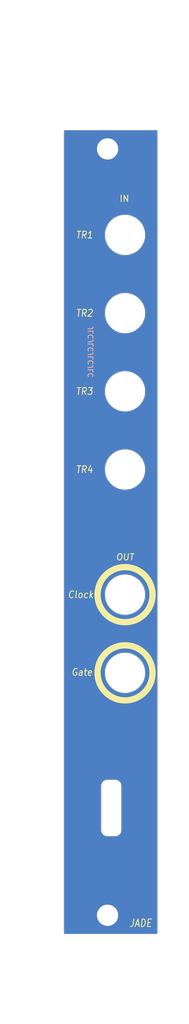
<source format=kicad_pcb>
(kicad_pcb (version 20171130) (host pcbnew "(5.1.9-0-10_14)")

  (general
    (thickness 1.6)
    (drawings 48)
    (tracks 0)
    (zones 0)
    (modules 2)
    (nets 2)
  )

  (page A4)
  (title_block
    (title jade)
    (date 2021-03-20)
    (rev B)
    (company "Akiyuki Okayasu")
  )

  (layers
    (0 F.Cu signal)
    (31 B.Cu signal)
    (32 B.Adhes user)
    (33 F.Adhes user)
    (34 B.Paste user)
    (35 F.Paste user)
    (36 B.SilkS user)
    (37 F.SilkS user)
    (38 B.Mask user)
    (39 F.Mask user)
    (40 Dwgs.User user)
    (41 Cmts.User user)
    (42 Eco1.User user)
    (43 Eco2.User user)
    (44 Edge.Cuts user)
    (45 Margin user)
    (46 B.CrtYd user)
    (47 F.CrtYd user)
    (48 B.Fab user)
    (49 F.Fab user)
  )

  (setup
    (last_trace_width 0.25)
    (user_trace_width 0.4)
    (user_trace_width 0.6)
    (user_trace_width 0.8)
    (user_trace_width 1)
    (trace_clearance 0.2)
    (zone_clearance 0)
    (zone_45_only no)
    (trace_min 0.127)
    (via_size 0.8)
    (via_drill 0.4)
    (via_min_size 0.4)
    (via_min_drill 0.3)
    (user_via 1 0.5)
    (user_via 1.2 0.7)
    (user_via 1.5 1)
    (user_via 1.7 1.2)
    (uvia_size 0.3)
    (uvia_drill 0.1)
    (uvias_allowed no)
    (uvia_min_size 0.2)
    (uvia_min_drill 0.1)
    (edge_width 0.05)
    (segment_width 0.2)
    (pcb_text_width 0.3)
    (pcb_text_size 1.5 1.5)
    (mod_edge_width 0.12)
    (mod_text_size 0.8 0.8)
    (mod_text_width 0.15)
    (pad_size 1.524 1.524)
    (pad_drill 0.762)
    (pad_to_mask_clearance 0)
    (aux_axis_origin 102.5 40.75)
    (visible_elements FFFFFF7F)
    (pcbplotparams
      (layerselection 0x010fc_ffffffff)
      (usegerberextensions false)
      (usegerberattributes true)
      (usegerberadvancedattributes true)
      (creategerberjobfile true)
      (excludeedgelayer true)
      (linewidth 0.100000)
      (plotframeref false)
      (viasonmask false)
      (mode 1)
      (useauxorigin false)
      (hpglpennumber 1)
      (hpglpenspeed 20)
      (hpglpendiameter 15.000000)
      (psnegative false)
      (psa4output false)
      (plotreference true)
      (plotvalue true)
      (plotinvisibletext false)
      (padsonsilk false)
      (subtractmaskfromsilk false)
      (outputformat 1)
      (mirror false)
      (drillshape 0)
      (scaleselection 1)
      (outputdirectory "jadePanel_RevB_gerber/"))
  )

  (net 0 "")
  (net 1 GND)

  (net_class Default "This is the default net class."
    (clearance 0.2)
    (trace_width 0.25)
    (via_dia 0.8)
    (via_drill 0.4)
    (uvia_dia 0.3)
    (uvia_drill 0.1)
    (add_net GND)
  )

  (module Akiyuki_Footprint:MountingHole_3.4mm (layer F.Cu) (tedit 605604DD) (tstamp 60566D7B)
    (at 109.5 166.25)
    (path /60653EB1)
    (fp_text reference H2 (at 0 0.5) (layer F.SilkS) hide
      (effects (font (size 1 1) (thickness 0.15)))
    )
    (fp_text value MountingHole_Pad (at 0 -0.5) (layer F.Fab) hide
      (effects (font (size 1 1) (thickness 0.15)))
    )
    (pad 1 thru_hole circle (at 0 0) (size 3.55 3.55) (drill 3.4) (layers *.Cu *.Mask)
      (net 1 GND))
  )

  (module Akiyuki_Footprint:MountingHole_3.4mm (layer F.Cu) (tedit 605604DD) (tstamp 60566D76)
    (at 109.5 43.75)
    (path /60653F9F)
    (fp_text reference H1 (at 0 0.5) (layer F.SilkS) hide
      (effects (font (size 1 1) (thickness 0.15)))
    )
    (fp_text value MountingHole_Pad (at 0 -0.5) (layer F.Fab) hide
      (effects (font (size 1 1) (thickness 0.15)))
    )
    (pad 1 thru_hole circle (at 0 0) (size 3.55 3.55) (drill 3.4) (layers *.Cu *.Mask)
      (net 1 GND))
  )

  (gr_text JLCJLCJLCJLC (at 106.8 76.2 90) (layer B.SilkS) (tstamp 60566AAA)
    (effects (font (size 0.8 0.8) (thickness 0.15)) (justify mirror))
  )
  (gr_arc (start 110.7 152.6) (end 110.7 153.6) (angle -90) (layer Edge.Cuts) (width 0.05) (tstamp 60566ABE))
  (gr_arc (start 109.5 152.6) (end 108.5 152.6) (angle -90) (layer Edge.Cuts) (width 0.05) (tstamp 60566ABB))
  (gr_arc (start 110.7 145.6) (end 111.7 145.6) (angle -90) (layer Edge.Cuts) (width 0.05) (tstamp 60566AA4))
  (gr_arc (start 109.5 145.6) (end 109.5 144.6) (angle -90) (layer Edge.Cuts) (width 0.05) (tstamp 60566AA7))
  (gr_text JADE (at 114.8 167.5) (layer F.SilkS) (tstamp 6044D8FF)
    (effects (font (size 1.2 1) (thickness 0.15) italic))
  )
  (gr_text "TR4\n" (at 105.8 95) (layer F.SilkS) (tstamp 6044CC04)
    (effects (font (size 1.1 1) (thickness 0.15) italic))
  )
  (gr_text "TR3\n" (at 105.8 82.5) (layer F.SilkS) (tstamp 6044CBFE)
    (effects (font (size 1.1 1) (thickness 0.15) italic))
  )
  (gr_text TR2 (at 105.8 70) (layer F.SilkS) (tstamp 6044DA67)
    (effects (font (size 1.1 1) (thickness 0.15) italic))
  )
  (gr_text TR1 (at 105.8 57.5) (layer F.SilkS) (tstamp 6044CB9D)
    (effects (font (size 1.1 1) (thickness 0.15) italic))
  )
  (gr_text IN (at 112.2 51.7) (layer F.SilkS) (tstamp 60566B3C)
    (effects (font (size 1 1) (thickness 0.15)))
  )
  (gr_text OUT (at 112.3 109) (layer F.SilkS) (tstamp 6044CB72)
    (effects (font (size 1 1) (thickness 0.15) italic))
  )
  (gr_text Gate (at 105.4 127.4) (layer F.SilkS) (tstamp 6044CB67)
    (effects (font (size 1.1 1) (thickness 0.15) italic))
  )
  (gr_text Clock (at 105.2 115) (layer F.SilkS)
    (effects (font (size 1.1 1) (thickness 0.15) italic))
  )
  (gr_circle (center 112.3 127.5) (end 116.7 127.5) (layer F.SilkS) (width 1) (tstamp 60566A95))
  (gr_circle (center 112.3 115) (end 116.7 115) (layer F.SilkS) (width 1) (tstamp 60566A77))
  (gr_text "phone jack\n" (at 112.1 182.8) (layer Dwgs.User) (tstamp 6044CF5A)
    (effects (font (size 1 1) (thickness 0.15)))
  )
  (gr_line (start 110.7 144.6) (end 109.5 144.6) (layer Edge.Cuts) (width 0.05) (tstamp 60566A7A))
  (gr_line (start 111.7 152.6) (end 111.7 145.6) (layer Edge.Cuts) (width 0.05) (tstamp 60566AA1))
  (gr_line (start 109.5 153.6) (end 110.7 153.6) (layer Edge.Cuts) (width 0.05) (tstamp 60566AB8))
  (gr_line (start 108.5 145.6) (end 108.5 152.6) (layer Edge.Cuts) (width 0.05) (tstamp 60566A9E))
  (dimension 1.2 (width 0.1) (layer Dwgs.User)
    (gr_text "1.200 mm" (at 107.9 155.65) (layer Dwgs.User)
      (effects (font (size 1 1) (thickness 0.15)))
    )
    (feature1 (pts (xy 108.5 153.6) (xy 108.5 154.986421)))
    (feature2 (pts (xy 107.3 153.6) (xy 107.3 154.986421)))
    (crossbar (pts (xy 107.3 154.4) (xy 108.5 154.4)))
    (arrow1a (pts (xy 108.5 154.4) (xy 107.373496 154.986421)))
    (arrow1b (pts (xy 108.5 154.4) (xy 107.373496 153.813579)))
    (arrow2a (pts (xy 107.3 154.4) (xy 108.426504 154.986421)))
    (arrow2b (pts (xy 107.3 154.4) (xy 108.426504 153.813579)))
  )
  (gr_text "PCB edge" (at 105.9 180.4) (layer Dwgs.User)
    (effects (font (size 1 1) (thickness 0.15)))
  )
  (gr_line (start 107.3 20) (end 107.3 179.75) (layer Dwgs.User) (width 0.1) (tstamp 60566A7D))
  (dimension 5 (width 0.1) (layer Dwgs.User)
    (gr_text "5.000 mm" (at 109.8 43.25) (layer Dwgs.User)
      (effects (font (size 1 1) (thickness 0.15)))
    )
    (feature1 (pts (xy 107.3 40.75) (xy 107.3 42.586421)))
    (feature2 (pts (xy 112.3 40.75) (xy 112.3 42.586421)))
    (crossbar (pts (xy 112.3 42) (xy 107.3 42)))
    (arrow1a (pts (xy 107.3 42) (xy 108.426504 41.413579)))
    (arrow1b (pts (xy 107.3 42) (xy 108.426504 42.586421)))
    (arrow2a (pts (xy 112.3 42) (xy 111.173496 41.413579)))
    (arrow2b (pts (xy 112.3 42) (xy 111.173496 42.586421)))
  )
  (dimension 2.5 (width 0.1) (layer Dwgs.User)
    (gr_text "2.500 mm" (at 110.75 37.75) (layer Dwgs.User)
      (effects (font (size 1 1) (thickness 0.15)))
    )
    (feature1 (pts (xy 109.5 40.75) (xy 109.5 38.413579)))
    (feature2 (pts (xy 112 40.75) (xy 112 38.413579)))
    (crossbar (pts (xy 112 39) (xy 109.5 39)))
    (arrow1a (pts (xy 109.5 39) (xy 110.626504 38.413579)))
    (arrow1b (pts (xy 109.5 39) (xy 110.626504 39.586421)))
    (arrow2a (pts (xy 112 39) (xy 110.873496 38.413579)))
    (arrow2b (pts (xy 112 39) (xy 110.873496 39.586421)))
  )
  (gr_circle (center 112.3 127.5) (end 115.5 127.5) (layer Edge.Cuts) (width 0.05) (tstamp 60566A8F))
  (gr_circle (center 112.3 115) (end 115.5 115) (layer Edge.Cuts) (width 0.05) (tstamp 60566A86))
  (gr_circle (center 112.3 95) (end 115.5 95) (layer Edge.Cuts) (width 0.05) (tstamp 60566A89))
  (gr_circle (center 112.3 82.5) (end 115.5 82.5) (layer Edge.Cuts) (width 0.05) (tstamp 60566A8C))
  (gr_circle (center 112.3 70) (end 115.5 70) (layer Edge.Cuts) (width 0.05) (tstamp 60566A83))
  (gr_circle (center 112.3 57.5) (end 115.5 57.5) (layer Edge.Cuts) (width 0.05) (tstamp 60566A92))
  (gr_line (start 112.3 20.75) (end 112.3 179.25) (layer Dwgs.User) (width 0.1) (tstamp 60566A98))
  (dimension 3 (width 0.1) (layer Dwgs.User)
    (gr_text "3.000 mm" (at 100.75 42.25 270) (layer Dwgs.User)
      (effects (font (size 1 1) (thickness 0.15)))
    )
    (feature1 (pts (xy 102.5 43.75) (xy 101.413579 43.75)))
    (feature2 (pts (xy 102.5 40.75) (xy 101.413579 40.75)))
    (crossbar (pts (xy 102 40.75) (xy 102 43.75)))
    (arrow1a (pts (xy 102 43.75) (xy 101.413579 42.623496)))
    (arrow1b (pts (xy 102 43.75) (xy 102.586421 42.623496)))
    (arrow2a (pts (xy 102 40.75) (xy 101.413579 41.876504)))
    (arrow2b (pts (xy 102 40.75) (xy 102.586421 41.876504)))
  )
  (dimension 7 (width 0.1) (layer Dwgs.User)
    (gr_text "7.000 mm" (at 106 35.25) (layer Dwgs.User)
      (effects (font (size 1 1) (thickness 0.15)))
    )
    (feature1 (pts (xy 109.5 40.75) (xy 109.5 35.913579)))
    (feature2 (pts (xy 102.5 40.75) (xy 102.5 35.913579)))
    (crossbar (pts (xy 102.5 36.5) (xy 109.5 36.5)))
    (arrow1a (pts (xy 109.5 36.5) (xy 108.373496 37.086421)))
    (arrow1b (pts (xy 109.5 36.5) (xy 108.373496 35.913579)))
    (arrow2a (pts (xy 102.5 36.5) (xy 103.626504 37.086421)))
    (arrow2b (pts (xy 102.5 36.5) (xy 103.626504 35.913579)))
  )
  (gr_line (start 118.4 154.4) (end 102.1 154.4) (layer Dwgs.User) (width 0.1) (tstamp 6044CB3B))
  (gr_line (start 122.5 127.5) (end 100 127.5) (layer Dwgs.User) (width 0.1))
  (gr_line (start 122.5 115) (end 100 115) (layer Dwgs.User) (width 0.1))
  (gr_line (start 122.5 95) (end 100 95) (layer Dwgs.User) (width 0.1))
  (gr_line (start 120 82.5) (end 100 82.5) (layer Dwgs.User) (width 0.1))
  (gr_line (start 122.5 70) (end 100 70) (layer Dwgs.User) (width 0.1))
  (gr_line (start 122.5 57.5) (end 100 57.5) (layer Dwgs.User) (width 0.1))
  (gr_line (start 102.5 169.25) (end 102.5 40.75) (layer Edge.Cuts) (width 0.05) (tstamp 6044CB23))
  (gr_line (start 102.5 169.25) (end 117.5 169.25) (layer Edge.Cuts) (width 0.05) (tstamp 6044CB21))
  (dimension 128.5 (width 0.1) (layer Dwgs.User)
    (gr_text "128.500 mm" (at 96 105 270) (layer Dwgs.User)
      (effects (font (size 1 1) (thickness 0.15)))
    )
    (feature1 (pts (xy 102.5 169.25) (xy 96.663579 169.25)))
    (feature2 (pts (xy 102.5 40.75) (xy 96.663579 40.75)))
    (crossbar (pts (xy 97.25 40.75) (xy 97.25 169.25)))
    (arrow1a (pts (xy 97.25 169.25) (xy 96.663579 168.123496)))
    (arrow1b (pts (xy 97.25 169.25) (xy 97.836421 168.123496)))
    (arrow2a (pts (xy 97.25 40.75) (xy 96.663579 41.876504)))
    (arrow2b (pts (xy 97.25 40.75) (xy 97.836421 41.876504)))
  )
  (dimension 15 (width 0.1) (layer Dwgs.User)
    (gr_text "15.000 mm" (at 110 31.25) (layer Dwgs.User)
      (effects (font (size 1 1) (thickness 0.15)))
    )
    (feature1 (pts (xy 117.5 40.75) (xy 117.5 31.913579)))
    (feature2 (pts (xy 102.5 40.75) (xy 102.5 31.913579)))
    (crossbar (pts (xy 102.5 32.5) (xy 117.5 32.5)))
    (arrow1a (pts (xy 117.5 32.5) (xy 116.373496 33.086421)))
    (arrow1b (pts (xy 117.5 32.5) (xy 116.373496 31.913579)))
    (arrow2a (pts (xy 102.5 32.5) (xy 103.626504 33.086421)))
    (arrow2b (pts (xy 102.5 32.5) (xy 103.626504 31.913579)))
  )
  (gr_line (start 117.5 40.75) (end 117.5 169.25) (layer Edge.Cuts) (width 0.05))
  (gr_line (start 102.5 40.75) (end 117.5 40.75) (layer Edge.Cuts) (width 0.05) (tstamp 6044CA74))

  (zone (net 1) (net_name GND) (layer B.Cu) (tstamp 60566E43) (hatch edge 0.508)
    (connect_pads yes (clearance 0))
    (min_thickness 0.254)
    (fill yes (arc_segments 32) (thermal_gap 0.508) (thermal_bridge_width 0.508))
    (polygon
      (pts
        (xy 118 170) (xy 102 170) (xy 102 40) (xy 118 40)
      )
    )
    (filled_polygon
      (pts
        (xy 117.348001 169.098) (xy 102.652 169.098) (xy 102.652 145.592539) (xy 108.348 145.592539) (xy 108.348001 152.607462)
        (xy 108.348694 152.614495) (xy 108.34865 152.620758) (xy 108.348857 152.62287) (xy 108.369258 152.816967) (xy 108.372027 152.830457)
        (xy 108.374609 152.843994) (xy 108.375223 152.846025) (xy 108.432935 153.032463) (xy 108.43826 153.04513) (xy 108.443434 153.057937)
        (xy 108.44443 153.059811) (xy 108.537255 153.231487) (xy 108.544954 153.242902) (xy 108.552503 153.254437) (xy 108.553844 153.256082)
        (xy 108.678248 153.406459) (xy 108.688043 153.416186) (xy 108.697663 153.42601) (xy 108.699298 153.427363) (xy 108.85054 153.550713)
        (xy 108.86202 153.55834) (xy 108.873382 153.56612) (xy 108.875248 153.567129) (xy 109.047571 153.658754) (xy 109.060314 153.664007)
        (xy 109.07297 153.669431) (xy 109.074997 153.670059) (xy 109.261833 153.726468) (xy 109.275393 153.729153) (xy 109.288823 153.732008)
        (xy 109.290933 153.73223) (xy 109.485167 153.751275) (xy 109.485178 153.751275) (xy 109.492538 153.752) (xy 110.707462 153.752)
        (xy 110.714504 153.751306) (xy 110.720758 153.75135) (xy 110.72287 153.751143) (xy 110.916967 153.730742) (xy 110.930457 153.727973)
        (xy 110.943994 153.725391) (xy 110.946023 153.724778) (xy 110.946029 153.724776) (xy 111.132463 153.667065) (xy 111.14513 153.66174)
        (xy 111.157937 153.656566) (xy 111.159811 153.65557) (xy 111.331487 153.562745) (xy 111.342902 153.555046) (xy 111.354437 153.547497)
        (xy 111.356082 153.546156) (xy 111.506459 153.421752) (xy 111.516186 153.411957) (xy 111.52601 153.402337) (xy 111.527363 153.400702)
        (xy 111.650713 153.24946) (xy 111.65834 153.23798) (xy 111.66612 153.226618) (xy 111.667129 153.224752) (xy 111.758754 153.052429)
        (xy 111.764007 153.039686) (xy 111.769431 153.02703) (xy 111.770059 153.025003) (xy 111.826468 152.838167) (xy 111.829153 152.824607)
        (xy 111.832008 152.811177) (xy 111.83223 152.809067) (xy 111.851275 152.614833) (xy 111.851275 152.614822) (xy 111.852 152.607462)
        (xy 111.852 145.592538) (xy 111.851306 145.585496) (xy 111.85135 145.579242) (xy 111.851143 145.57713) (xy 111.830742 145.383033)
        (xy 111.827967 145.369512) (xy 111.82539 145.356006) (xy 111.824777 145.353974) (xy 111.767065 145.167537) (xy 111.76174 145.15487)
        (xy 111.756566 145.142063) (xy 111.75557 145.140189) (xy 111.662745 144.968512) (xy 111.655034 144.95708) (xy 111.647497 144.945563)
        (xy 111.646156 144.943918) (xy 111.521752 144.79354) (xy 111.511938 144.783795) (xy 111.502337 144.77399) (xy 111.500702 144.772637)
        (xy 111.34946 144.649287) (xy 111.337954 144.641643) (xy 111.326618 144.633881) (xy 111.324752 144.632871) (xy 111.15243 144.541246)
        (xy 111.139672 144.535988) (xy 111.12703 144.530569) (xy 111.125003 144.529941) (xy 110.938167 144.473532) (xy 110.924632 144.470852)
        (xy 110.911177 144.467992) (xy 110.909066 144.46777) (xy 110.714833 144.448725) (xy 110.714822 144.448725) (xy 110.707462 144.448)
        (xy 109.492538 144.448) (xy 109.485496 144.448694) (xy 109.479242 144.44865) (xy 109.47713 144.448857) (xy 109.283033 144.469258)
        (xy 109.269512 144.472033) (xy 109.256006 144.47461) (xy 109.253974 144.475223) (xy 109.067537 144.532935) (xy 109.05487 144.53826)
        (xy 109.042063 144.543434) (xy 109.040189 144.54443) (xy 108.868512 144.637255) (xy 108.85708 144.644966) (xy 108.845563 144.652503)
        (xy 108.843918 144.653844) (xy 108.69354 144.778248) (xy 108.683795 144.788062) (xy 108.67399 144.797663) (xy 108.672637 144.799298)
        (xy 108.549287 144.95054) (xy 108.541643 144.962046) (xy 108.533881 144.973382) (xy 108.532871 144.975248) (xy 108.441246 145.14757)
        (xy 108.435988 145.160328) (xy 108.430569 145.17297) (xy 108.429941 145.174997) (xy 108.373532 145.361833) (xy 108.370852 145.375368)
        (xy 108.367992 145.388823) (xy 108.36777 145.390934) (xy 108.348725 145.585167) (xy 108.348725 145.585179) (xy 108.348 145.592539)
        (xy 102.652 145.592539) (xy 102.652 127.169486) (xy 108.944237 127.169486) (xy 108.944237 127.830514) (xy 109.073197 128.47884)
        (xy 109.326161 129.08955) (xy 109.693409 129.639174) (xy 110.160826 130.106591) (xy 110.71045 130.473839) (xy 111.32116 130.726803)
        (xy 111.969486 130.855763) (xy 112.630514 130.855763) (xy 113.27884 130.726803) (xy 113.88955 130.473839) (xy 114.439174 130.106591)
        (xy 114.906591 129.639174) (xy 115.273839 129.08955) (xy 115.526803 128.47884) (xy 115.655763 127.830514) (xy 115.655763 127.169486)
        (xy 115.526803 126.52116) (xy 115.273839 125.91045) (xy 114.906591 125.360826) (xy 114.439174 124.893409) (xy 113.88955 124.526161)
        (xy 113.27884 124.273197) (xy 112.630514 124.144237) (xy 111.969486 124.144237) (xy 111.32116 124.273197) (xy 110.71045 124.526161)
        (xy 110.160826 124.893409) (xy 109.693409 125.360826) (xy 109.326161 125.91045) (xy 109.073197 126.52116) (xy 108.944237 127.169486)
        (xy 102.652 127.169486) (xy 102.652 114.669486) (xy 108.944237 114.669486) (xy 108.944237 115.330514) (xy 109.073197 115.97884)
        (xy 109.326161 116.58955) (xy 109.693409 117.139174) (xy 110.160826 117.606591) (xy 110.71045 117.973839) (xy 111.32116 118.226803)
        (xy 111.969486 118.355763) (xy 112.630514 118.355763) (xy 113.27884 118.226803) (xy 113.88955 117.973839) (xy 114.439174 117.606591)
        (xy 114.906591 117.139174) (xy 115.273839 116.58955) (xy 115.526803 115.97884) (xy 115.655763 115.330514) (xy 115.655763 114.669486)
        (xy 115.526803 114.02116) (xy 115.273839 113.41045) (xy 114.906591 112.860826) (xy 114.439174 112.393409) (xy 113.88955 112.026161)
        (xy 113.27884 111.773197) (xy 112.630514 111.644237) (xy 111.969486 111.644237) (xy 111.32116 111.773197) (xy 110.71045 112.026161)
        (xy 110.160826 112.393409) (xy 109.693409 112.860826) (xy 109.326161 113.41045) (xy 109.073197 114.02116) (xy 108.944237 114.669486)
        (xy 102.652 114.669486) (xy 102.652 94.669486) (xy 108.944237 94.669486) (xy 108.944237 95.330514) (xy 109.073197 95.97884)
        (xy 109.326161 96.58955) (xy 109.693409 97.139174) (xy 110.160826 97.606591) (xy 110.71045 97.973839) (xy 111.32116 98.226803)
        (xy 111.969486 98.355763) (xy 112.630514 98.355763) (xy 113.27884 98.226803) (xy 113.88955 97.973839) (xy 114.439174 97.606591)
        (xy 114.906591 97.139174) (xy 115.273839 96.58955) (xy 115.526803 95.97884) (xy 115.655763 95.330514) (xy 115.655763 94.669486)
        (xy 115.526803 94.02116) (xy 115.273839 93.41045) (xy 114.906591 92.860826) (xy 114.439174 92.393409) (xy 113.88955 92.026161)
        (xy 113.27884 91.773197) (xy 112.630514 91.644237) (xy 111.969486 91.644237) (xy 111.32116 91.773197) (xy 110.71045 92.026161)
        (xy 110.160826 92.393409) (xy 109.693409 92.860826) (xy 109.326161 93.41045) (xy 109.073197 94.02116) (xy 108.944237 94.669486)
        (xy 102.652 94.669486) (xy 102.652 82.169486) (xy 108.944237 82.169486) (xy 108.944237 82.830514) (xy 109.073197 83.47884)
        (xy 109.326161 84.08955) (xy 109.693409 84.639174) (xy 110.160826 85.106591) (xy 110.71045 85.473839) (xy 111.32116 85.726803)
        (xy 111.969486 85.855763) (xy 112.630514 85.855763) (xy 113.27884 85.726803) (xy 113.88955 85.473839) (xy 114.439174 85.106591)
        (xy 114.906591 84.639174) (xy 115.273839 84.08955) (xy 115.526803 83.47884) (xy 115.655763 82.830514) (xy 115.655763 82.169486)
        (xy 115.526803 81.52116) (xy 115.273839 80.91045) (xy 114.906591 80.360826) (xy 114.439174 79.893409) (xy 113.88955 79.526161)
        (xy 113.27884 79.273197) (xy 112.630514 79.144237) (xy 111.969486 79.144237) (xy 111.32116 79.273197) (xy 110.71045 79.526161)
        (xy 110.160826 79.893409) (xy 109.693409 80.360826) (xy 109.326161 80.91045) (xy 109.073197 81.52116) (xy 108.944237 82.169486)
        (xy 102.652 82.169486) (xy 102.652 69.669486) (xy 108.944237 69.669486) (xy 108.944237 70.330514) (xy 109.073197 70.97884)
        (xy 109.326161 71.58955) (xy 109.693409 72.139174) (xy 110.160826 72.606591) (xy 110.71045 72.973839) (xy 111.32116 73.226803)
        (xy 111.969486 73.355763) (xy 112.630514 73.355763) (xy 113.27884 73.226803) (xy 113.88955 72.973839) (xy 114.439174 72.606591)
        (xy 114.906591 72.139174) (xy 115.273839 71.58955) (xy 115.526803 70.97884) (xy 115.655763 70.330514) (xy 115.655763 69.669486)
        (xy 115.526803 69.02116) (xy 115.273839 68.41045) (xy 114.906591 67.860826) (xy 114.439174 67.393409) (xy 113.88955 67.026161)
        (xy 113.27884 66.773197) (xy 112.630514 66.644237) (xy 111.969486 66.644237) (xy 111.32116 66.773197) (xy 110.71045 67.026161)
        (xy 110.160826 67.393409) (xy 109.693409 67.860826) (xy 109.326161 68.41045) (xy 109.073197 69.02116) (xy 108.944237 69.669486)
        (xy 102.652 69.669486) (xy 102.652 57.169486) (xy 108.944237 57.169486) (xy 108.944237 57.830514) (xy 109.073197 58.47884)
        (xy 109.326161 59.08955) (xy 109.693409 59.639174) (xy 110.160826 60.106591) (xy 110.71045 60.473839) (xy 111.32116 60.726803)
        (xy 111.969486 60.855763) (xy 112.630514 60.855763) (xy 113.27884 60.726803) (xy 113.88955 60.473839) (xy 114.439174 60.106591)
        (xy 114.906591 59.639174) (xy 115.273839 59.08955) (xy 115.526803 58.47884) (xy 115.655763 57.830514) (xy 115.655763 57.169486)
        (xy 115.526803 56.52116) (xy 115.273839 55.91045) (xy 114.906591 55.360826) (xy 114.439174 54.893409) (xy 113.88955 54.526161)
        (xy 113.27884 54.273197) (xy 112.630514 54.144237) (xy 111.969486 54.144237) (xy 111.32116 54.273197) (xy 110.71045 54.526161)
        (xy 110.160826 54.893409) (xy 109.693409 55.360826) (xy 109.326161 55.91045) (xy 109.073197 56.52116) (xy 108.944237 57.169486)
        (xy 102.652 57.169486) (xy 102.652 40.902) (xy 117.348 40.902)
      )
    )
  )
  (zone (net 1) (net_name GND) (layer F.Cu) (tstamp 60566E40) (hatch edge 0.508)
    (connect_pads yes (clearance 0))
    (min_thickness 0.254)
    (fill yes (arc_segments 32) (thermal_gap 0.508) (thermal_bridge_width 0.508))
    (polygon
      (pts
        (xy 118 170.5) (xy 102 170.5) (xy 102 40) (xy 118 40)
      )
    )
    (filled_polygon
      (pts
        (xy 117.348001 169.098) (xy 102.652 169.098) (xy 102.652 145.592539) (xy 108.348 145.592539) (xy 108.348001 152.607462)
        (xy 108.348694 152.614495) (xy 108.34865 152.620758) (xy 108.348857 152.62287) (xy 108.369258 152.816967) (xy 108.372027 152.830457)
        (xy 108.374609 152.843994) (xy 108.375223 152.846025) (xy 108.432935 153.032463) (xy 108.43826 153.04513) (xy 108.443434 153.057937)
        (xy 108.44443 153.059811) (xy 108.537255 153.231487) (xy 108.544954 153.242902) (xy 108.552503 153.254437) (xy 108.553844 153.256082)
        (xy 108.678248 153.406459) (xy 108.688043 153.416186) (xy 108.697663 153.42601) (xy 108.699298 153.427363) (xy 108.85054 153.550713)
        (xy 108.86202 153.55834) (xy 108.873382 153.56612) (xy 108.875248 153.567129) (xy 109.047571 153.658754) (xy 109.060314 153.664007)
        (xy 109.07297 153.669431) (xy 109.074997 153.670059) (xy 109.261833 153.726468) (xy 109.275393 153.729153) (xy 109.288823 153.732008)
        (xy 109.290933 153.73223) (xy 109.485167 153.751275) (xy 109.485178 153.751275) (xy 109.492538 153.752) (xy 110.707462 153.752)
        (xy 110.714504 153.751306) (xy 110.720758 153.75135) (xy 110.72287 153.751143) (xy 110.916967 153.730742) (xy 110.930457 153.727973)
        (xy 110.943994 153.725391) (xy 110.946023 153.724778) (xy 110.946029 153.724776) (xy 111.132463 153.667065) (xy 111.14513 153.66174)
        (xy 111.157937 153.656566) (xy 111.159811 153.65557) (xy 111.331487 153.562745) (xy 111.342902 153.555046) (xy 111.354437 153.547497)
        (xy 111.356082 153.546156) (xy 111.506459 153.421752) (xy 111.516186 153.411957) (xy 111.52601 153.402337) (xy 111.527363 153.400702)
        (xy 111.650713 153.24946) (xy 111.65834 153.23798) (xy 111.66612 153.226618) (xy 111.667129 153.224752) (xy 111.758754 153.052429)
        (xy 111.764007 153.039686) (xy 111.769431 153.02703) (xy 111.770059 153.025003) (xy 111.826468 152.838167) (xy 111.829153 152.824607)
        (xy 111.832008 152.811177) (xy 111.83223 152.809067) (xy 111.851275 152.614833) (xy 111.851275 152.614822) (xy 111.852 152.607462)
        (xy 111.852 145.592538) (xy 111.851306 145.585496) (xy 111.85135 145.579242) (xy 111.851143 145.57713) (xy 111.830742 145.383033)
        (xy 111.827967 145.369512) (xy 111.82539 145.356006) (xy 111.824777 145.353974) (xy 111.767065 145.167537) (xy 111.76174 145.15487)
        (xy 111.756566 145.142063) (xy 111.75557 145.140189) (xy 111.662745 144.968512) (xy 111.655034 144.95708) (xy 111.647497 144.945563)
        (xy 111.646156 144.943918) (xy 111.521752 144.79354) (xy 111.511938 144.783795) (xy 111.502337 144.77399) (xy 111.500702 144.772637)
        (xy 111.34946 144.649287) (xy 111.337954 144.641643) (xy 111.326618 144.633881) (xy 111.324752 144.632871) (xy 111.15243 144.541246)
        (xy 111.139672 144.535988) (xy 111.12703 144.530569) (xy 111.125003 144.529941) (xy 110.938167 144.473532) (xy 110.924632 144.470852)
        (xy 110.911177 144.467992) (xy 110.909066 144.46777) (xy 110.714833 144.448725) (xy 110.714822 144.448725) (xy 110.707462 144.448)
        (xy 109.492538 144.448) (xy 109.485496 144.448694) (xy 109.479242 144.44865) (xy 109.47713 144.448857) (xy 109.283033 144.469258)
        (xy 109.269512 144.472033) (xy 109.256006 144.47461) (xy 109.253974 144.475223) (xy 109.067537 144.532935) (xy 109.05487 144.53826)
        (xy 109.042063 144.543434) (xy 109.040189 144.54443) (xy 108.868512 144.637255) (xy 108.85708 144.644966) (xy 108.845563 144.652503)
        (xy 108.843918 144.653844) (xy 108.69354 144.778248) (xy 108.683795 144.788062) (xy 108.67399 144.797663) (xy 108.672637 144.799298)
        (xy 108.549287 144.95054) (xy 108.541643 144.962046) (xy 108.533881 144.973382) (xy 108.532871 144.975248) (xy 108.441246 145.14757)
        (xy 108.435988 145.160328) (xy 108.430569 145.17297) (xy 108.429941 145.174997) (xy 108.373532 145.361833) (xy 108.370852 145.375368)
        (xy 108.367992 145.388823) (xy 108.36777 145.390934) (xy 108.348725 145.585167) (xy 108.348725 145.585179) (xy 108.348 145.592539)
        (xy 102.652 145.592539) (xy 102.652 127.169486) (xy 108.944237 127.169486) (xy 108.944237 127.830514) (xy 109.073197 128.47884)
        (xy 109.326161 129.08955) (xy 109.693409 129.639174) (xy 110.160826 130.106591) (xy 110.71045 130.473839) (xy 111.32116 130.726803)
        (xy 111.969486 130.855763) (xy 112.630514 130.855763) (xy 113.27884 130.726803) (xy 113.88955 130.473839) (xy 114.439174 130.106591)
        (xy 114.906591 129.639174) (xy 115.273839 129.08955) (xy 115.526803 128.47884) (xy 115.655763 127.830514) (xy 115.655763 127.169486)
        (xy 115.526803 126.52116) (xy 115.273839 125.91045) (xy 114.906591 125.360826) (xy 114.439174 124.893409) (xy 113.88955 124.526161)
        (xy 113.27884 124.273197) (xy 112.630514 124.144237) (xy 111.969486 124.144237) (xy 111.32116 124.273197) (xy 110.71045 124.526161)
        (xy 110.160826 124.893409) (xy 109.693409 125.360826) (xy 109.326161 125.91045) (xy 109.073197 126.52116) (xy 108.944237 127.169486)
        (xy 102.652 127.169486) (xy 102.652 114.669486) (xy 108.944237 114.669486) (xy 108.944237 115.330514) (xy 109.073197 115.97884)
        (xy 109.326161 116.58955) (xy 109.693409 117.139174) (xy 110.160826 117.606591) (xy 110.71045 117.973839) (xy 111.32116 118.226803)
        (xy 111.969486 118.355763) (xy 112.630514 118.355763) (xy 113.27884 118.226803) (xy 113.88955 117.973839) (xy 114.439174 117.606591)
        (xy 114.906591 117.139174) (xy 115.273839 116.58955) (xy 115.526803 115.97884) (xy 115.655763 115.330514) (xy 115.655763 114.669486)
        (xy 115.526803 114.02116) (xy 115.273839 113.41045) (xy 114.906591 112.860826) (xy 114.439174 112.393409) (xy 113.88955 112.026161)
        (xy 113.27884 111.773197) (xy 112.630514 111.644237) (xy 111.969486 111.644237) (xy 111.32116 111.773197) (xy 110.71045 112.026161)
        (xy 110.160826 112.393409) (xy 109.693409 112.860826) (xy 109.326161 113.41045) (xy 109.073197 114.02116) (xy 108.944237 114.669486)
        (xy 102.652 114.669486) (xy 102.652 94.669486) (xy 108.944237 94.669486) (xy 108.944237 95.330514) (xy 109.073197 95.97884)
        (xy 109.326161 96.58955) (xy 109.693409 97.139174) (xy 110.160826 97.606591) (xy 110.71045 97.973839) (xy 111.32116 98.226803)
        (xy 111.969486 98.355763) (xy 112.630514 98.355763) (xy 113.27884 98.226803) (xy 113.88955 97.973839) (xy 114.439174 97.606591)
        (xy 114.906591 97.139174) (xy 115.273839 96.58955) (xy 115.526803 95.97884) (xy 115.655763 95.330514) (xy 115.655763 94.669486)
        (xy 115.526803 94.02116) (xy 115.273839 93.41045) (xy 114.906591 92.860826) (xy 114.439174 92.393409) (xy 113.88955 92.026161)
        (xy 113.27884 91.773197) (xy 112.630514 91.644237) (xy 111.969486 91.644237) (xy 111.32116 91.773197) (xy 110.71045 92.026161)
        (xy 110.160826 92.393409) (xy 109.693409 92.860826) (xy 109.326161 93.41045) (xy 109.073197 94.02116) (xy 108.944237 94.669486)
        (xy 102.652 94.669486) (xy 102.652 82.169486) (xy 108.944237 82.169486) (xy 108.944237 82.830514) (xy 109.073197 83.47884)
        (xy 109.326161 84.08955) (xy 109.693409 84.639174) (xy 110.160826 85.106591) (xy 110.71045 85.473839) (xy 111.32116 85.726803)
        (xy 111.969486 85.855763) (xy 112.630514 85.855763) (xy 113.27884 85.726803) (xy 113.88955 85.473839) (xy 114.439174 85.106591)
        (xy 114.906591 84.639174) (xy 115.273839 84.08955) (xy 115.526803 83.47884) (xy 115.655763 82.830514) (xy 115.655763 82.169486)
        (xy 115.526803 81.52116) (xy 115.273839 80.91045) (xy 114.906591 80.360826) (xy 114.439174 79.893409) (xy 113.88955 79.526161)
        (xy 113.27884 79.273197) (xy 112.630514 79.144237) (xy 111.969486 79.144237) (xy 111.32116 79.273197) (xy 110.71045 79.526161)
        (xy 110.160826 79.893409) (xy 109.693409 80.360826) (xy 109.326161 80.91045) (xy 109.073197 81.52116) (xy 108.944237 82.169486)
        (xy 102.652 82.169486) (xy 102.652 69.669486) (xy 108.944237 69.669486) (xy 108.944237 70.330514) (xy 109.073197 70.97884)
        (xy 109.326161 71.58955) (xy 109.693409 72.139174) (xy 110.160826 72.606591) (xy 110.71045 72.973839) (xy 111.32116 73.226803)
        (xy 111.969486 73.355763) (xy 112.630514 73.355763) (xy 113.27884 73.226803) (xy 113.88955 72.973839) (xy 114.439174 72.606591)
        (xy 114.906591 72.139174) (xy 115.273839 71.58955) (xy 115.526803 70.97884) (xy 115.655763 70.330514) (xy 115.655763 69.669486)
        (xy 115.526803 69.02116) (xy 115.273839 68.41045) (xy 114.906591 67.860826) (xy 114.439174 67.393409) (xy 113.88955 67.026161)
        (xy 113.27884 66.773197) (xy 112.630514 66.644237) (xy 111.969486 66.644237) (xy 111.32116 66.773197) (xy 110.71045 67.026161)
        (xy 110.160826 67.393409) (xy 109.693409 67.860826) (xy 109.326161 68.41045) (xy 109.073197 69.02116) (xy 108.944237 69.669486)
        (xy 102.652 69.669486) (xy 102.652 57.169486) (xy 108.944237 57.169486) (xy 108.944237 57.830514) (xy 109.073197 58.47884)
        (xy 109.326161 59.08955) (xy 109.693409 59.639174) (xy 110.160826 60.106591) (xy 110.71045 60.473839) (xy 111.32116 60.726803)
        (xy 111.969486 60.855763) (xy 112.630514 60.855763) (xy 113.27884 60.726803) (xy 113.88955 60.473839) (xy 114.439174 60.106591)
        (xy 114.906591 59.639174) (xy 115.273839 59.08955) (xy 115.526803 58.47884) (xy 115.655763 57.830514) (xy 115.655763 57.169486)
        (xy 115.526803 56.52116) (xy 115.273839 55.91045) (xy 114.906591 55.360826) (xy 114.439174 54.893409) (xy 113.88955 54.526161)
        (xy 113.27884 54.273197) (xy 112.630514 54.144237) (xy 111.969486 54.144237) (xy 111.32116 54.273197) (xy 110.71045 54.526161)
        (xy 110.160826 54.893409) (xy 109.693409 55.360826) (xy 109.326161 55.91045) (xy 109.073197 56.52116) (xy 108.944237 57.169486)
        (xy 102.652 57.169486) (xy 102.652 40.902) (xy 117.348 40.902)
      )
    )
  )
)

</source>
